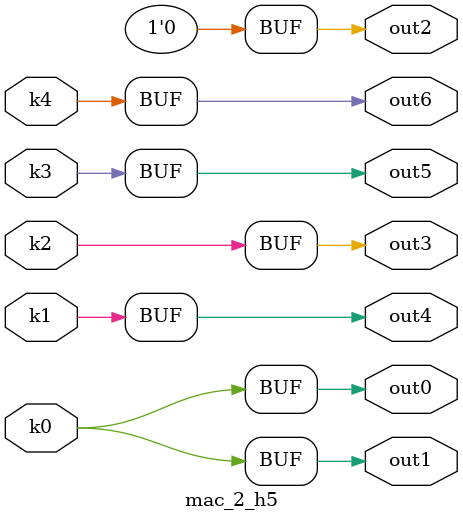
<source format=v>
module mac_2(pi0, pi1, pi2, pi3, pi4, pi5, pi6, pi7, pi8, po0, po1, po2, po3, po4, po5, po6);
input pi0, pi1, pi2, pi3, pi4, pi5, pi6, pi7, pi8;
output po0, po1, po2, po3, po4, po5, po6;
wire k0, k1, k2, k3, k4;
mac_2_w5 DUT1 (pi0, pi1, pi2, pi3, pi4, pi5, pi6, pi7, pi8, k0, k1, k2, k3, k4);
mac_2_h5 DUT2 (k0, k1, k2, k3, k4, po0, po1, po2, po3, po4, po5, po6);
endmodule

module mac_2_w5(in8, in7, in6, in5, in4, in3, in2, in1, in0, k4, k3, k2, k1, k0);
input in8, in7, in6, in5, in4, in3, in2, in1, in0;
output k4, k3, k2, k1, k0;
assign k0 =   (in7 & ((in1 & (in4 ? (in0 & ((~in5 & (in8 | (in6 & in2))) | (~in6 & ~in2 & in5))) : ((in6 & ((in3 & in8 & (in2 ? (in5 & in0) : ~in0)) | (in2 & ~in5 & ~in0))) | (in5 & ~in0 & (~in3 | ~in6 | ~in8))))) | (~in1 & ((in4 & ((~in3 & ((in5 & in0 & in6 & in2) | (~in2 & ~in5 & ~in0))) | ((~in6 | ~in2) & (in8 ? (in5 & in0) : ~in0)) | (~in5 & ~in0 & (~in6 | ~in8)))) | (in6 & ((in8 & ((in2 & ~in5 & in0) | (in5 & ~in4 & ~in0))) | (~in4 & ~in0 & in2 & in5))) | (in5 & ~in4 & ~in0 & in8 & in2))) | (~in8 & ~in5 & in4 & ~in0 & (~in6 | ~in2)))) | (in0 & ((in6 & ((in3 & in8 & ~in2 & ~in1 & ~in5) | (~in8 & in2 & in5 & in4))) | (~in7 & (((~in1 | ~in4) & ((~in3 & (~in2 | ~in5)) | (~in6 & ~in2))) | (~in1 & (~in4 | (~in6 & ~in5))) | ~in8 | (~in2 & ~in5 & ~in4))) | (~in4 & ((~in1 & ((~in6 & (~in8 | ~in2)) | ~in5 | (~in8 & ~in2))) | (~in5 & (~in6 | (~in2 & (~in3 | ~in8)))))) | (in5 & in4 & ~in8 & in1))) | (in8 & ~in0 & ((in6 & ((in3 & ((in1 & (in2 ? (~in5 & ~in4) : in5)) | (in4 & ((in2 & (~in7 | in5)) | (~in7 & in5))))) | (in1 & in5 & in4))) | (in2 & in5 & ((in1 & (~in7 | in4)) | (~in7 & in4))) | (in1 & ~in7 & in4)));
assign k1 =   in5 & in7;
assign k2 =   (in6 & ((~in3 & ((in2 & in7 & in5 & ~in4 & in1) | (in8 & ~in2 & in4 & ~in1))) | (in2 & ((in8 & ((in7 & ~in5 & in4 & in1) | (in3 & ~in4 & ~in1))) | (in1 & ((in3 & in4 & (~in7 | in5)) | (~in8 & in5))) | (in7 & ~in5 & ~in1 & (~in8 | ~in4)))) | (in3 & ((in8 & ~in4 & ~in1 & (~in7 ^ ~in5)) | (in4 & in1 & ((~in7 & in5) | (~in2 & in7 & ~in5))))) | (~in2 & in7 & in5 & ((in4 & ~in1) | (in8 & ~in4 & in1))))) | (~in1 & ((in8 & ((in4 & ((~in3 & ((in2 & in7 & in5) | (~in7 & ~in5))) | (~in6 & (~in5 | (~in2 & ~in7))) | (~in2 & ~in7 & ~in5))) | (in2 & ~in7 & in5 & ~in4))) | (in7 & in5 & ((~in8 & (~in6 | ~in2)) | (~in6 & (~in2 ^ in4)))))) | (in1 & ((~in6 & ((in8 & in7 & (in2 ? ~in4 : (in5 & in4))) | (~in5 & (~in8 | ~in4)) | (~in2 & ~in7 & ~in4))) | (~in8 & (~in7 | (~in2 & ~in5))) | (~in4 & ((~in2 & ~in7 & ~in5) | (~in3 & ((~in7 & ~in5) | (~in2 & (~in7 | ~in5)))))) | (in2 & ~in7 & in5 & in4)));
assign k3 =   in2 ? ((in3 & ((in6 & ~in7 & in5) | (in8 & in7 & ~in5))) | (~in3 & ((in8 & in6 & in7 & in5) | (~in7 & ~in5))) | (~in8 & (~in6 | ~in7)) | (~in6 & ~in5)) : ((in6 & ((in3 & ((in7 & in5) | (in8 & ~in7 & ~in5))) | (in7 & (~in8 | (~in3 & ~in5))))) | (in8 & in5 & (~in6 | (~in3 & ~in7))));
assign k4 =   (in3 & (~in8 | ~in6)) | (in8 & in6 & ~in3);
endmodule

module mac_2_h5(k4, k3, k2, k1, k0, out6, out5, out4, out3, out2, out1, out0);
input k4, k3, k2, k1, k0;
output out6, out5, out4, out3, out2, out1, out0;
assign out0 = k0;
assign out1 = k0;
assign out2 = 0;
assign out3 = k2;
assign out4 = k1;
assign out5 = k3;
assign out6 = k4;
endmodule

</source>
